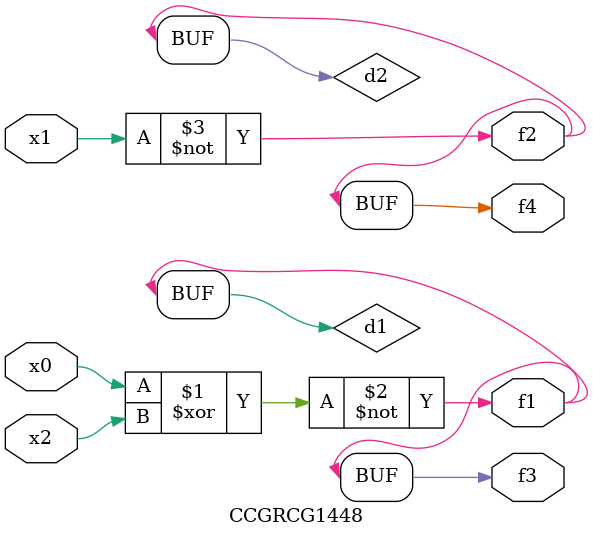
<source format=v>
module CCGRCG1448(
	input x0, x1, x2,
	output f1, f2, f3, f4
);

	wire d1, d2, d3;

	xnor (d1, x0, x2);
	nand (d2, x1);
	nor (d3, x1, x2);
	assign f1 = d1;
	assign f2 = d2;
	assign f3 = d1;
	assign f4 = d2;
endmodule

</source>
